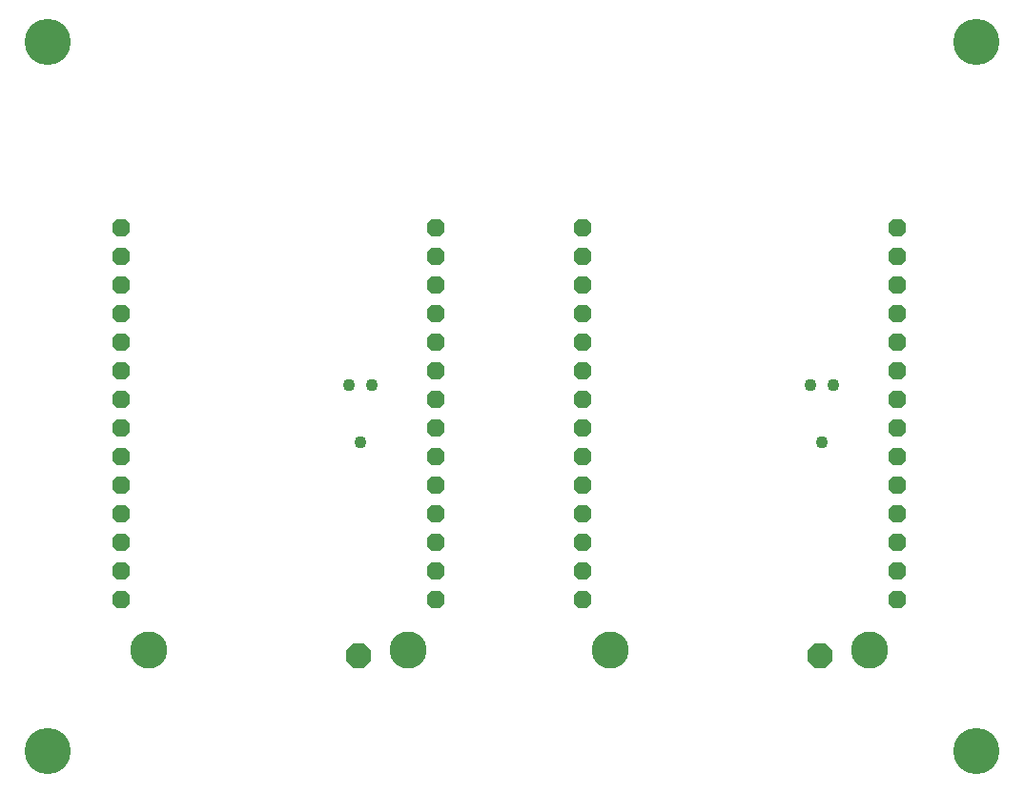
<source format=gbs>
G75*
%MOIN*%
%OFA0B0*%
%FSLAX24Y24*%
%IPPOS*%
%LPD*%
%AMOC8*
5,1,8,0,0,1.08239X$1,22.5*
%
%ADD10C,0.1299*%
%ADD11C,0.1614*%
%ADD12OC8,0.0633*%
%ADD13OC8,0.0889*%
%ADD14C,0.0429*%
D10*
X017712Y012406D03*
X026767Y012406D03*
X033854Y012406D03*
X042909Y012406D03*
D11*
X014169Y008862D03*
X046649Y008862D03*
X046649Y033666D03*
X014169Y033666D03*
D12*
X016739Y027173D03*
X016739Y026173D03*
X016739Y025173D03*
X016739Y024173D03*
X016739Y023173D03*
X016739Y022173D03*
X016739Y021173D03*
X016739Y020173D03*
X016739Y019173D03*
X016739Y018173D03*
X016739Y017173D03*
X016739Y016173D03*
X016739Y015173D03*
X016739Y014173D03*
X027739Y014173D03*
X027739Y015173D03*
X027739Y016173D03*
X027739Y017173D03*
X027739Y018173D03*
X027739Y019173D03*
X027739Y020173D03*
X027739Y021173D03*
X027739Y022173D03*
X027739Y023173D03*
X027739Y024173D03*
X027739Y025173D03*
X027739Y026173D03*
X027739Y027173D03*
X032881Y027173D03*
X032881Y026173D03*
X032881Y025173D03*
X032881Y024173D03*
X032881Y023173D03*
X032881Y022173D03*
X032881Y021173D03*
X032881Y020173D03*
X032881Y019173D03*
X032881Y018173D03*
X032881Y017173D03*
X032881Y016173D03*
X032881Y015173D03*
X032881Y014173D03*
X043881Y014173D03*
X043881Y015173D03*
X043881Y016173D03*
X043881Y017173D03*
X043881Y018173D03*
X043881Y019173D03*
X043881Y020173D03*
X043881Y021173D03*
X043881Y022173D03*
X043881Y023173D03*
X043881Y024173D03*
X043881Y025173D03*
X043881Y026173D03*
X043881Y027173D03*
D13*
X041176Y012209D03*
X025035Y012209D03*
D14*
X025113Y019673D03*
X024713Y021673D03*
X025513Y021673D03*
X040855Y021673D03*
X041655Y021673D03*
X041255Y019673D03*
M02*

</source>
